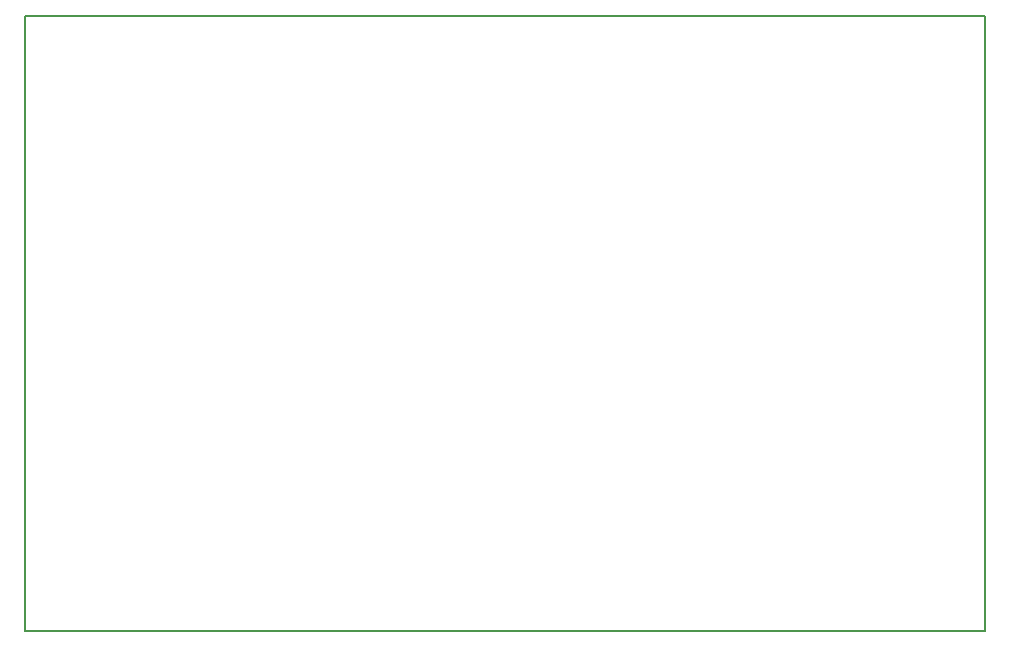
<source format=gbr>
G04 #@! TF.FileFunction,Profile,NP*
%FSLAX46Y46*%
G04 Gerber Fmt 4.6, Leading zero omitted, Abs format (unit mm)*
G04 Created by KiCad (PCBNEW 4.0.2-stable) date Friday, July 22, 2016 'pmt' 07:07:35 pm*
%MOMM*%
G01*
G04 APERTURE LIST*
%ADD10C,0.100000*%
%ADD11C,0.150000*%
G04 APERTURE END LIST*
D10*
D11*
X113030000Y-129540000D02*
X113030000Y-77470000D01*
X194310000Y-129540000D02*
X113030000Y-129540000D01*
X194310000Y-77470000D02*
X194310000Y-129540000D01*
X113030000Y-77470000D02*
X194310000Y-77470000D01*
M02*

</source>
